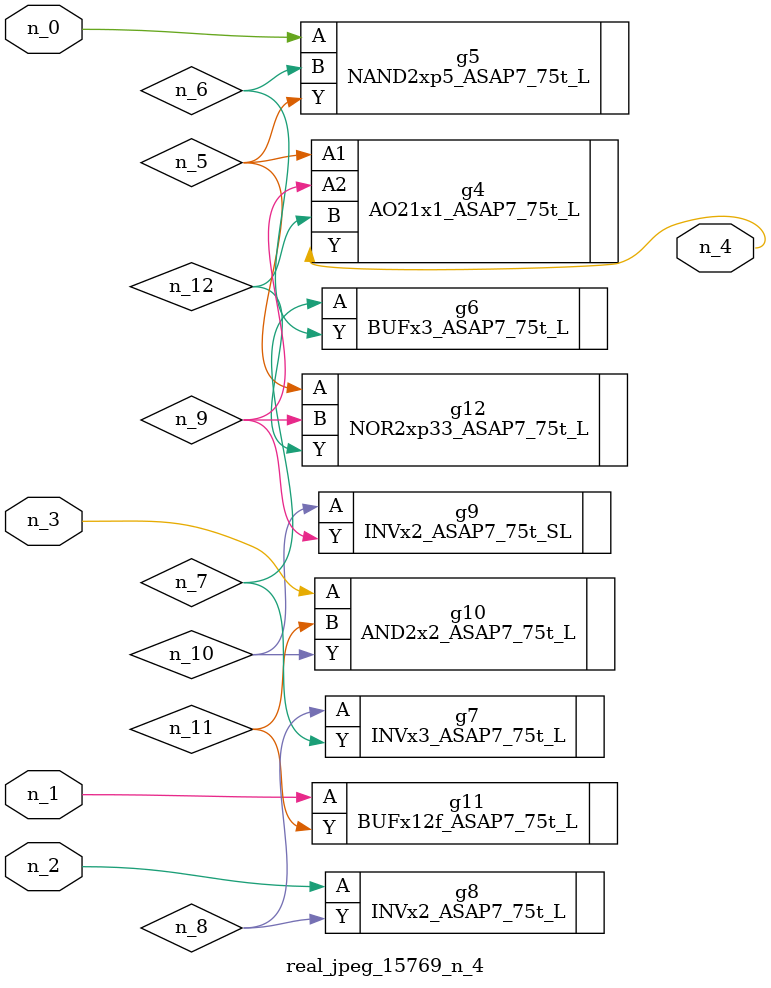
<source format=v>
module real_jpeg_15769_n_4 (n_3, n_1, n_0, n_2, n_4);

input n_3;
input n_1;
input n_0;
input n_2;

output n_4;

wire n_5;
wire n_12;
wire n_8;
wire n_11;
wire n_6;
wire n_7;
wire n_10;
wire n_9;

NAND2xp5_ASAP7_75t_L g5 ( 
.A(n_0),
.B(n_6),
.Y(n_5)
);

BUFx12f_ASAP7_75t_L g11 ( 
.A(n_1),
.Y(n_11)
);

INVx2_ASAP7_75t_L g8 ( 
.A(n_2),
.Y(n_8)
);

AND2x2_ASAP7_75t_L g10 ( 
.A(n_3),
.B(n_11),
.Y(n_10)
);

AO21x1_ASAP7_75t_L g4 ( 
.A1(n_5),
.A2(n_9),
.B(n_12),
.Y(n_4)
);

NOR2xp33_ASAP7_75t_L g12 ( 
.A(n_5),
.B(n_9),
.Y(n_12)
);

BUFx3_ASAP7_75t_L g6 ( 
.A(n_7),
.Y(n_6)
);

INVx3_ASAP7_75t_L g7 ( 
.A(n_8),
.Y(n_7)
);

INVx2_ASAP7_75t_SL g9 ( 
.A(n_10),
.Y(n_9)
);


endmodule
</source>
